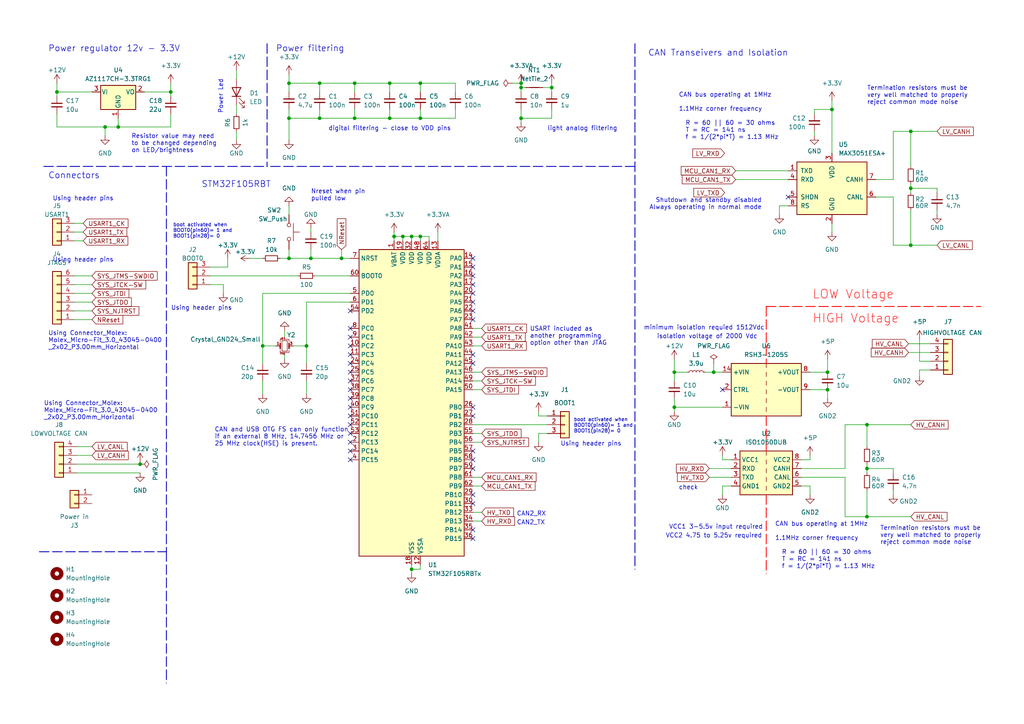
<source format=kicad_sch>
(kicad_sch (version 20230121) (generator eeschema)
  (paper "A4")
  (title_block (title "TEM Isolator") (date "2024-02-03") (rev "v1.0.0") (company "SUFST - Southampton University Formula Student Team") (comment 1 "STAG X") (comment 2 "Tom Bodily") (comment 3 "Joe Pater"))
  (junction (at 195.58 118.11))
  (junction (at 195.58 107.95))
  (junction (at 240.03 113.03))
  (junction (at 34.29 36.83))
  (junction (at 121.92 24.13))
  (junction (at 151.13 34.29))
  (junction (at 92.71 34.29))
  (junction (at 102.87 34.29))
  (junction (at 160.02 25.4))
  (junction (at 119.38 165.1))
  (junction (at 114.3 68.58))
  (junction (at 83.82 74.93))
  (junction (at 113.03 34.29))
  (junction (at 113.03 24.13))
  (junction (at 121.92 34.29))
  (junction (at 264.16 71.12))
  (junction (at 119.38 68.58))
  (junction (at 99.06 74.93))
  (junction (at 102.87 24.13))
  (junction (at 16.51 26.67))
  (junction (at 251.46 123.19))
  (junction (at 76.2 100.33))
  (junction (at 207.01 107.95))
  (junction (at 88.9 100.33))
  (junction (at 251.46 135.89))
  (junction (at 40.64 134.62))
  (junction (at 121.92 68.58))
  (junction (at 251.46 149.86))
  (junction (at 264.16 38.1))
  (junction (at 90.17 74.93))
  (junction (at 151.13 24.13))
  (junction (at 240.03 107.95))
  (junction (at 151.13 25.4))
  (junction (at 241.3 31.75))
  (junction (at 49.53 26.67))
  (junction (at 92.71 24.13))
  (junction (at 264.16 54.61))
  (junction (at 83.82 24.13))
  (junction (at 116.84 68.58))
  (junction (at 83.82 34.29))
  (junction (at 30.48 36.83))
  (no_connect (at 209.55 113.03))
  (no_connect (at 101.6 100.33))
  (no_connect (at 101.6 123.19))
  (no_connect (at 137.16 77.47))
  (no_connect (at 101.6 125.73))
  (no_connect (at 137.16 143.51))
  (no_connect (at 137.16 74.93))
  (no_connect (at 228.6 57.15))
  (no_connect (at 137.16 133.35))
  (no_connect (at 137.16 105.41))
  (no_connect (at 101.6 128.27))
  (no_connect (at 137.16 130.81))
  (no_connect (at 137.16 153.67))
  (no_connect (at 101.6 110.49))
  (no_connect (at 101.6 115.57))
  (no_connect (at 101.6 90.17))
  (no_connect (at 137.16 135.89))
  (no_connect (at 137.16 87.63))
  (no_connect (at 101.6 102.87))
  (no_connect (at 137.16 146.05))
  (no_connect (at 101.6 107.95))
  (no_connect (at 137.16 85.09))
  (no_connect (at 101.6 120.65))
  (no_connect (at 101.6 118.11))
  (no_connect (at 101.6 105.41))
  (no_connect (at 101.6 95.25))
  (no_connect (at 137.16 102.87))
  (no_connect (at 137.16 80.01))
  (no_connect (at 137.16 118.11))
  (no_connect (at 101.6 133.35))
  (no_connect (at 137.16 82.55))
  (no_connect (at 137.16 90.17))
  (no_connect (at 137.16 156.21))
  (no_connect (at 137.16 120.65))
  (no_connect (at 137.16 92.71))
  (no_connect (at 101.6 113.03))
  (no_connect (at 101.6 97.79))
  (no_connect (at 101.6 130.81))
  (wire (pts (xy 234.95 140.97) (xy 234.95 143.51)))
  (wire (pts (xy 236.22 33.02) (xy 236.22 31.75)))
  (polyline (pts (xy 77.47 12.7) (xy 77.47 48.26)) (stroke (width 0.254) (type dash)))
  (wire (pts (xy 251.46 135.89) (xy 259.08 135.89)))
  (wire (pts (xy 245.11 138.43) (xy 245.11 149.86)))
  (wire (pts (xy 132.08 34.29) (xy 121.92 34.29)))
  (wire (pts (xy 68.58 20.32) (xy 68.58 22.86)))
  (wire (pts (xy 151.13 24.13) (xy 151.13 25.4)))
  (wire (pts (xy 119.38 68.58) (xy 119.38 69.85)))
  (wire (pts (xy 269.875 104.775) (xy 266.7 104.775)))
  (wire (pts (xy 151.13 25.4) (xy 151.13 26.67)))
  (wire (pts (xy 114.3 68.58) (xy 116.84 68.58)))
  (wire (pts (xy 102.87 24.13) (xy 92.71 24.13)))
  (wire (pts (xy 119.38 165.1) (xy 119.38 166.37)))
  (polyline (pts (xy 12.7 48.26) (xy 77.47 48.26)) (stroke (width 0.254) (type dash)))
  (wire (pts (xy 132.08 31.75) (xy 132.08 34.29)))
  (wire (pts (xy 124.46 68.58) (xy 124.46 69.85)))
  (wire (pts (xy 68.58 30.48) (xy 68.58 33.02)))
  (wire (pts (xy 68.58 38.1) (xy 68.58 40.64)))
  (wire (pts (xy 259.08 71.12) (xy 264.16 71.12)))
  (wire (pts (xy 213.36 52.07) (xy 228.6 52.07)))
  (wire (pts (xy 264.16 54.61) (xy 271.78 54.61)))
  (wire (pts (xy 245.11 123.19) (xy 251.46 123.19)))
  (wire (pts (xy 271.78 60.96) (xy 271.78 62.23)))
  (wire (pts (xy 16.51 26.67) (xy 26.67 26.67)))
  (wire (pts (xy 266.7 104.775) (xy 266.7 98.425)))
  (wire (pts (xy 232.41 140.97) (xy 234.95 140.97)))
  (wire (pts (xy 83.82 74.93) (xy 83.82 72.39)))
  (wire (pts (xy 251.46 142.24) (xy 251.46 149.86)))
  (wire (pts (xy 195.58 107.95) (xy 199.39 107.95)))
  (wire (pts (xy 113.03 31.75) (xy 113.03 34.29)))
  (wire (pts (xy 92.71 34.29) (xy 83.82 34.29)))
  (wire (pts (xy 76.2 110.49) (xy 76.2 114.3)))
  (wire (pts (xy 34.29 36.83) (xy 30.48 36.83)))
  (polyline (pts (xy 184.15 46.99) (xy 184.15 165.1)) (stroke (width 0.254) (type dash)))
  (wire (pts (xy 64.77 82.55) (xy 64.77 85.09)))
  (wire (pts (xy 234.95 132.08) (xy 234.95 133.35)))
  (wire (pts (xy 264.16 48.26) (xy 264.16 38.1)))
  (wire (pts (xy 102.87 31.75) (xy 102.87 34.29)))
  (wire (pts (xy 148.59 24.13) (xy 151.13 24.13)))
  (wire (pts (xy 121.92 34.29) (xy 113.03 34.29)))
  (wire (pts (xy 76.2 85.09) (xy 76.2 100.33)))
  (wire (pts (xy 259.08 137.16) (xy 259.08 135.89)))
  (wire (pts (xy 254 52.07) (xy 259.08 52.07)))
  (wire (pts (xy 76.2 100.33) (xy 80.01 100.33)))
  (wire (pts (xy 241.3 31.75) (xy 241.3 44.45)))
  (wire (pts (xy 90.17 74.93) (xy 99.06 74.93)))
  (polyline (pts (xy 184.15 12.7) (xy 184.15 46.99)) (stroke (width 0.254) (type dash)))
  (wire (pts (xy 137.16 138.43) (xy 139.7 138.43)))
  (wire (pts (xy 245.11 138.43) (xy 232.41 138.43)))
  (wire (pts (xy 156.21 120.65) (xy 158.75 120.65)))
  (wire (pts (xy 259.08 38.1) (xy 264.16 38.1)))
  (wire (pts (xy 251.46 134.62) (xy 251.46 135.89)))
  (wire (pts (xy 92.71 31.75) (xy 92.71 34.29)))
  (wire (pts (xy 156.21 125.73) (xy 158.75 125.73)))
  (wire (pts (xy 30.48 36.83) (xy 30.48 39.37)))
  (wire (pts (xy 34.29 36.83) (xy 49.53 36.83)))
  (wire (pts (xy 49.53 26.67) (xy 41.91 26.67)))
  (wire (pts (xy 21.59 87.63) (xy 26.67 87.63)))
  (wire (pts (xy 213.36 49.53) (xy 228.6 49.53)))
  (polyline (pts (xy 48.26 48.26) (xy 48.26 160.02)) (stroke (width 0.254) (type dash)))
  (wire (pts (xy 232.41 133.35) (xy 234.95 133.35)))
  (wire (pts (xy 49.53 33.02) (xy 49.53 36.83)))
  (wire (pts (xy 127 67.31) (xy 127 69.85)))
  (wire (pts (xy 121.92 68.58) (xy 124.46 68.58)))
  (wire (pts (xy 83.82 59.69) (xy 83.82 62.23)))
  (wire (pts (xy 207.01 107.95) (xy 209.55 107.95)))
  (polyline (pts (xy 222.25 88.9) (xy 284.48 88.9)) (stroke (width 0.254) (type dash) (color 255 0 0 1)))
  (wire (pts (xy 241.3 29.21) (xy 241.3 31.75)))
  (wire (pts (xy 21.59 90.17) (xy 26.67 90.17)))
  (wire (pts (xy 137.16 100.33) (xy 139.7 100.33)))
  (wire (pts (xy 259.08 52.07) (xy 259.08 38.1)))
  (wire (pts (xy 22.225 132.08) (xy 26.67 132.08)))
  (wire (pts (xy 91.44 80.01) (xy 101.6 80.01)))
  (wire (pts (xy 266.7 107.315) (xy 269.875 107.315)))
  (wire (pts (xy 121.92 163.83) (xy 121.92 165.1)))
  (wire (pts (xy 113.03 24.13) (xy 102.87 24.13)))
  (wire (pts (xy 271.78 55.88) (xy 271.78 54.61)))
  (wire (pts (xy 99.06 72.39) (xy 99.06 74.93)))
  (wire (pts (xy 137.16 125.73) (xy 139.7 125.73)))
  (wire (pts (xy 259.08 142.24) (xy 259.08 143.51)))
  (wire (pts (xy 251.46 149.86) (xy 264.16 149.86)))
  (wire (pts (xy 88.9 100.33) (xy 88.9 105.41)))
  (wire (pts (xy 16.51 36.83) (xy 16.51 33.02)))
  (wire (pts (xy 245.11 149.86) (xy 251.46 149.86)))
  (wire (pts (xy 266.7 109.22) (xy 266.7 107.315)))
  (wire (pts (xy 160.02 34.29) (xy 151.13 34.29)))
  (wire (pts (xy 90.17 72.39) (xy 90.17 74.93)))
  (wire (pts (xy 226.06 59.69) (xy 228.6 59.69)))
  (wire (pts (xy 264.16 71.12) (xy 271.78 71.12)))
  (wire (pts (xy 195.58 104.14) (xy 195.58 107.95)))
  (wire (pts (xy 72.39 74.93) (xy 76.2 74.93)))
  (wire (pts (xy 236.22 31.75) (xy 241.3 31.75)))
  (wire (pts (xy 156.21 119.38) (xy 156.21 120.65)))
  (wire (pts (xy 137.16 107.95) (xy 139.7 107.95)))
  (wire (pts (xy 137.16 113.03) (xy 139.7 113.03)))
  (wire (pts (xy 90.17 74.93) (xy 83.82 74.93)))
  (wire (pts (xy 121.92 31.75) (xy 121.92 34.29)))
  (wire (pts (xy 204.47 107.95) (xy 207.01 107.95)))
  (wire (pts (xy 60.96 82.55) (xy 64.77 82.55)))
  (wire (pts (xy 151.13 25.4) (xy 152.4 25.4)))
  (polyline (pts (xy 11.43 160.02) (xy 48.26 160.02)) (stroke (width 0.254) (type dash)))
  (wire (pts (xy 205.74 135.89) (xy 212.09 135.89)))
  (wire (pts (xy 234.95 113.03) (xy 240.03 113.03)))
  (wire (pts (xy 209.55 132.08) (xy 209.55 133.35)))
  (wire (pts (xy 132.08 24.13) (xy 121.92 24.13)))
  (wire (pts (xy 236.22 38.1) (xy 236.22 39.37)))
  (wire (pts (xy 269.875 102.235) (xy 263.525 102.235)))
  (wire (pts (xy 76.2 85.09) (xy 101.6 85.09)))
  (polyline (pts (xy 222.25 143.51) (xy 222.25 166.37)) (stroke (width 0.254) (type dash) (color 255 0 0 1)))
  (wire (pts (xy 209.55 140.97) (xy 209.55 143.51)))
  (wire (pts (xy 66.04 77.47) (xy 66.04 74.93)))
  (wire (pts (xy 137.16 151.13) (xy 139.7 151.13)))
  (wire (pts (xy 116.84 68.58) (xy 119.38 68.58)))
  (wire (pts (xy 264.16 53.34) (xy 264.16 54.61)))
  (wire (pts (xy 121.92 24.13) (xy 113.03 24.13)))
  (wire (pts (xy 113.03 34.29) (xy 102.87 34.29)))
  (wire (pts (xy 132.08 24.13) (xy 132.08 26.67)))
  (wire (pts (xy 99.06 74.93) (xy 101.6 74.93)))
  (wire (pts (xy 160.02 24.13) (xy 160.02 25.4)))
  (wire (pts (xy 60.96 77.47) (xy 66.04 77.47)))
  (wire (pts (xy 21.59 82.55) (xy 26.67 82.55)))
  (wire (pts (xy 212.09 133.35) (xy 209.55 133.35)))
  (wire (pts (xy 240.03 113.03) (xy 240.03 115.57)))
  (wire (pts (xy 241.3 64.77) (xy 241.3 67.31)))
  (wire (pts (xy 212.09 140.97) (xy 209.55 140.97)))
  (wire (pts (xy 83.82 34.29) (xy 83.82 40.64)))
  (polyline (pts (xy 184.15 48.26) (xy 77.47 48.26)) (stroke (width 0.254) (type dash)))
  (wire (pts (xy 269.875 99.695) (xy 263.525 99.695)))
  (wire (pts (xy 240.03 104.14) (xy 240.03 107.95)))
  (wire (pts (xy 157.48 25.4) (xy 160.02 25.4)))
  (wire (pts (xy 40.64 133.985) (xy 40.64 134.62)))
  (wire (pts (xy 90.17 66.04) (xy 90.17 67.31)))
  (wire (pts (xy 34.29 34.29) (xy 34.29 36.83)))
  (wire (pts (xy 102.87 24.13) (xy 102.87 26.67)))
  (wire (pts (xy 116.84 68.58) (xy 116.84 69.85)))
  (wire (pts (xy 137.16 148.59) (xy 139.7 148.59)))
  (wire (pts (xy 21.59 67.31) (xy 24.13 67.31)))
  (wire (pts (xy 207.01 105.41) (xy 207.01 107.95)))
  (wire (pts (xy 195.58 107.95) (xy 195.58 110.49)))
  (wire (pts (xy 82.55 95.885) (xy 82.55 97.79)))
  (polyline (pts (xy 222.25 88.9) (xy 222.25 105.41)) (stroke (width 0.254) (type dash) (color 255 0 0 1)))
  (wire (pts (xy 160.02 25.4) (xy 160.02 26.67)))
  (wire (pts (xy 83.82 21.59) (xy 83.82 24.13)))
  (wire (pts (xy 119.38 165.1) (xy 121.92 165.1)))
  (wire (pts (xy 234.95 107.95) (xy 240.03 107.95)))
  (wire (pts (xy 254 57.15) (xy 259.08 57.15)))
  (wire (pts (xy 22.225 137.16) (xy 40.64 137.16)))
  (wire (pts (xy 121.92 24.13) (xy 121.92 26.67)))
  (wire (pts (xy 21.59 69.85) (xy 24.13 69.85)))
  (wire (pts (xy 83.82 31.75) (xy 83.82 34.29)))
  (wire (pts (xy 195.58 115.57) (xy 195.58 118.11)))
  (wire (pts (xy 21.59 85.09) (xy 26.67 85.09)))
  (wire (pts (xy 121.92 68.58) (xy 121.92 69.85)))
  (wire (pts (xy 30.48 36.83) (xy 16.51 36.83)))
  (wire (pts (xy 81.28 74.93) (xy 83.82 74.93)))
  (wire (pts (xy 102.87 34.29) (xy 92.71 34.29)))
  (wire (pts (xy 114.3 67.31) (xy 114.3 68.58)))
  (polyline (pts (xy 222.25 120.65) (xy 222.25 130.81)) (stroke (width 0.254) (type dash) (color 255 0 0 1)))
  (wire (pts (xy 22.225 129.54) (xy 26.67 129.54)))
  (wire (pts (xy 137.16 97.79) (xy 139.7 97.79)))
  (wire (pts (xy 49.53 24.13) (xy 49.53 26.67)))
  (wire (pts (xy 85.09 100.33) (xy 88.9 100.33)))
  (wire (pts (xy 226.06 62.23) (xy 226.06 59.69)))
  (polyline (pts (xy 48.26 160.02) (xy 48.26 198.12)) (stroke (width 0.254) (type dash)))
  (wire (pts (xy 209.55 118.11) (xy 195.58 118.11)))
  (wire (pts (xy 245.11 135.89) (xy 245.11 123.19)))
  (wire (pts (xy 21.59 92.71) (xy 26.67 92.71)))
  (wire (pts (xy 49.53 27.94) (xy 49.53 26.67)))
  (wire (pts (xy 151.13 34.29) (xy 151.13 35.56)))
  (wire (pts (xy 16.51 24.13) (xy 16.51 26.67)))
  (wire (pts (xy 137.16 95.25) (xy 139.7 95.25)))
  (wire (pts (xy 251.46 123.19) (xy 264.16 123.19)))
  (wire (pts (xy 88.9 87.63) (xy 88.9 100.33)))
  (wire (pts (xy 82.55 102.87) (xy 82.55 104.14)))
  (wire (pts (xy 264.16 60.96) (xy 264.16 71.12)))
  (wire (pts (xy 137.16 123.19) (xy 158.75 123.19)))
  (wire (pts (xy 16.51 27.94) (xy 16.51 26.67)))
  (wire (pts (xy 119.38 163.83) (xy 119.38 165.1)))
  (wire (pts (xy 137.16 140.97) (xy 139.7 140.97)))
  (wire (pts (xy 264.16 38.1) (xy 271.78 38.1)))
  (wire (pts (xy 160.02 31.75) (xy 160.02 34.29)))
  (wire (pts (xy 83.82 24.13) (xy 83.82 26.67)))
  (wire (pts (xy 251.46 123.19) (xy 251.46 129.54)))
  (wire (pts (xy 92.71 24.13) (xy 92.71 26.67)))
  (wire (pts (xy 259.08 57.15) (xy 259.08 71.12)))
  (wire (pts (xy 60.96 80.01) (xy 86.36 80.01)))
  (wire (pts (xy 232.41 135.89) (xy 245.11 135.89)))
  (wire (pts (xy 137.16 110.49) (xy 139.7 110.49)))
  (wire (pts (xy 114.3 68.58) (xy 114.3 69.85)))
  (wire (pts (xy 195.58 118.11) (xy 195.58 119.38)))
  (wire (pts (xy 119.38 68.58) (xy 121.92 68.58)))
  (wire (pts (xy 264.16 54.61) (xy 264.16 55.88)))
  (wire (pts (xy 137.16 128.27) (xy 139.7 128.27)))
  (wire (pts (xy 205.74 138.43) (xy 212.09 138.43)))
  (wire (pts (xy 251.46 135.89) (xy 251.46 137.16)))
  (wire (pts (xy 113.03 24.13) (xy 113.03 26.67)))
  (wire (pts (xy 22.225 134.62) (xy 40.64 134.62)))
  (wire (pts (xy 92.71 24.13) (xy 83.82 24.13)))
  (wire (pts (xy 88.9 110.49) (xy 88.9 114.3)))
  (wire (pts (xy 21.59 64.77) (xy 24.13 64.77)))
  (wire (pts (xy 21.59 80.01) (xy 26.67 80.01)))
  (wire (pts (xy 156.21 125.73) (xy 156.21 128.27)))
  (wire (pts (xy 151.13 31.75) (xy 151.13 34.29)))
  (wire (pts (xy 76.2 100.33) (xy 76.2 105.41)))
  (wire (pts (xy 88.9 87.63) (xy 101.6 87.63)))
  (text "CAN and USB OTG FS can only function \nif an external 8 MHz, 14.7456 MHz or\n25 MHz clock(HSE) is present." (at 62.23 129.54 0) (effects (font (size 1.27 1.27)) (justify left bottom)))
  (text "CAN bus operating at 1MHz\n\n1.1MHz corner frequency\n\n  R = 60 || 60 = 30 ohms\n  T = RC = 141 ns\n  f = 1/(2*pi*T) = 1.13 MHz\n" (at 224.79 165.1 0) (effects (font (size 1.27 1.27)) (justify left bottom)))
  (text "CAN2_RX" (at 149.86 149.86 0) (effects (font (size 1.27 1.27)) (justify left bottom)))
  (text "Using header pins" (at 15.24 58.42 0) (effects (font (size 1.27 1.27)) (justify left bottom)))
  (text "USART included as \nanother programming\noption other than JTAG" (at 153.67 100.33 0) (effects (font (size 1.27 1.27)) (justify left bottom)))
  (text "isolation voltage of 2000 Vdc" (at 190.5 98.425 0) (effects (font (size 1.27 1.27)) (justify left bottom)))
  (text "Using header pins" (at 67.31 90.17 0) (effects (font (size 1.27 1.27)) (justify right bottom)))
  (text "STM32F105RBT" (at 58.42 54.61 0) (effects (font (size 1.778 1.778)) (justify left bottom)))
  (text "minimum isolation requied 1512Vdc" (at 186.69 95.885 0) (effects (font (size 1.27 1.27)) (justify left bottom)))
  (text "digital filtering - close to VDD pins" (at 95.25 38.1 0) (effects (font (size 1.27 1.27)) (justify left bottom)))
  (text "boot activated when\nBOOT0(pin60)= 1 and \nBOOT1(pin28)= 0" (at 50.165 69.215 0) (effects (font (size 1.016 1.016)) (justify left bottom)))
  (text "Power regulator 12v - 3.3V" (at 13.97 15.24 0) (effects (font (size 1.778 1.778)) (justify left bottom)))
  (text "light analog filtering" (at 158.75 38.1 0) (effects (font (size 1.27 1.27)) (justify left bottom)))
  (text "VCC2 4.75 to 5.25v required" (at 193.04 156.21 0) (effects (font (size 1.27 1.27)) (justify left bottom)))
  (text "Nreset when pin \npulled low" (at 90.17 58.42 0) (effects (font (size 1.27 1.27)) (justify left bottom)))
  (text "Power Led" (at 64.77 33.02 90) (effects (font (size 1.27 1.27)) (justify left bottom)))
  (text "check" (at 196.85 142.24 0) (effects (font (size 1.27 1.27)) (justify left bottom)))
  (text "CAN2_TX" (at 149.86 152.4 0) (effects (font (size 1.27 1.27)) (justify left bottom)))
  (text "Connectors" (at 13.97 52.07 0) (effects (font (size 1.778 1.778)) (justify left bottom)))
  (text "CAN Transeivers and Isolation" (at 187.96 16.51 0) (effects (font (size 1.778 1.778)) (justify left bottom)))
  (text "Using header pins" (at 15.24 76.2 0) (effects (font (size 1.27 1.27)) (justify left bottom)))
  (text "Shutdown and standby disabled\nAlways operating in normal mode" (at 220.98 60.96 0) (effects (font (size 1.27 1.27)) (justify right bottom)))
  (text "LOW Voltage" (at 235.585 86.995 0) (effects (font (size 2.54 2.54)) (justify left bottom)))
  (text "Power filtering" (at 80.01 15.24 0) (effects (font (size 1.778 1.778)) (justify left bottom)))
  (text "Termination resistors must be \nvery well matched to properly \nreject common mode noise" (at 251.46 30.48 0) (effects (font (size 1.27 1.27)) (justify left bottom)))
  (text "Using Connector_Molex:\nMolex_Micro-Fit_3.0_43045-0400\n_2x02_P3.00mm_Horizontal" (at 13.97 101.6 0) (effects (font (size 1.27 1.27)) (justify left bottom)))
  (text "Using header pins" (at 162.56 129.54 0) (effects (font (size 1.27 1.27)) (justify left bottom)))
  (text "CAN bus operating at 1MHz\n\n1.1MHz corner frequency\n\n  R = 60 || 60 = 30 ohms\n  T = RC = 141 ns\n  f = 1/(2*pi*T) = 1.13 MHz\n" (at 196.85 40.64 0) (effects (font (size 1.27 1.27)) (justify left bottom)))
  (text "HIGH Voltage" (at 235.585 93.98 0) (effects (font (size 2.54 2.54)) (justify left bottom)))
  (text "Using Connector_Molex:\nMolex_Micro-Fit_3.0_43045-0400\n_2x02_P3.00mm_Horizontal" (at 12.7 121.92 0) (effects (font (size 1.27 1.27)) (justify left bottom)))
  (text "boot activated when\nBOOT0(pin60)= 1 and \nBOOT1(pin28)= 0" (at 166.37 125.73 0) (effects (font (size 1.016 1.016)) (justify left bottom)))
  (text "Resistor value may need\nto be changed depending\non LED/brightness" (at 38.1 44.45 0) (effects (font (size 1.27 1.27)) (justify left bottom)))
  (text "Termination resistors must be \nvery well matched to properly \nreject common mode noise" (at 255.27 158.115 0) (effects (font (size 1.27 1.27)) (justify left bottom)))
  (text " VCC1 3-5.5v input required" (at 193.04 153.67 0) (effects (font (size 1.27 1.27)) (justify left bottom)))
  (global_label "MCU_CAN1_TX" (shape input) (at 213.36 52.07 180) (property "Intersheetrefs" "${INTERSHEET_REFS}" (effects hide)))
  (global_label "LV_RXD" (shape input) (at 210.185 44.45 180) (property "Intersheetrefs" "${INTERSHEET_REFS}" (effects hide)))
  (global_label "USART1_RX" (shape input) (at 24.13 69.85 0) (property "Intersheetrefs" "${INTERSHEET_REFS}" (effects hide)))
  (global_label "HV_TXD" (shape input) (at 139.7 148.59 0) (property "Intersheetrefs" "${INTERSHEET_REFS}" (effects hide)))
  (global_label "SYS_JTMS-SWDIO" (shape input) (at 26.67 80.01 0) (property "Intersheetrefs" "${INTERSHEET_REFS}" (effects hide)))
  (global_label "LV_CANH" (shape input) (at 26.67 132.08 0) (property "Intersheetrefs" "${INTERSHEET_REFS}" (effects hide)))
  (global_label "SYS_JTCK-SW" (shape input) (at 26.67 82.55 0) (property "Intersheetrefs" "${INTERSHEET_REFS}" (effects hide)))
  (global_label "USART1_CK" (shape input) (at 139.7 95.25 0) (property "Intersheetrefs" "${INTERSHEET_REFS}" (effects hide)))
  (global_label "SYS_JTDO" (shape input) (at 139.7 125.73 0) (property "Intersheetrefs" "${INTERSHEET_REFS}" (effects hide)))
  (global_label "HV_RXD" (shape input) (at 205.74 135.89 180) (property "Intersheetrefs" "${INTERSHEET_REFS}" (effects hide)))
  (global_label "SYS_NJTRST" (shape input) (at 26.67 90.17 0) (property "Intersheetrefs" "${INTERSHEET_REFS}" (effects hide)))
  (global_label "USART1_RX" (shape input) (at 139.7 100.33 0) (property "Intersheetrefs" "${INTERSHEET_REFS}" (effects hide)))
  (global_label "NReset" (shape input) (at 99.06 72.39 90) (property "Intersheetrefs" "${INTERSHEET_REFS}" (effects hide)))
  (global_label "SYS_JTCK-SW" (shape input) (at 139.7 110.49 0) (property "Intersheetrefs" "${INTERSHEET_REFS}" (effects hide)))
  (global_label "MCU_CAN1_RX" (shape input) (at 213.36 49.53 180) (property "Intersheetrefs" "${INTERSHEET_REFS}" (effects hide)))
  (global_label "HV_CANL" (shape input) (at 263.525 99.695 180) (property "Intersheetrefs" "${INTERSHEET_REFS}" (effects hide)))
  (global_label "HV_RXD" (shape input) (at 139.7 151.13 0) (property "Intersheetrefs" "${INTERSHEET_REFS}" (effects hide)))
  (global_label "HV_TXD" (shape input) (at 205.74 138.43 180) (property "Intersheetrefs" "${INTERSHEET_REFS}" (effects hide)))
  (global_label "USART1_TX" (shape input) (at 24.13 67.31 0) (property "Intersheetrefs" "${INTERSHEET_REFS}" (effects hide)))
  (global_label "SYS_JTDI" (shape input) (at 26.67 85.09 0) (property "Intersheetrefs" "${INTERSHEET_REFS}" (effects hide)))
  (global_label "MCU_CAN1_TX" (shape input) (at 139.7 140.97 0) (property "Intersheetrefs" "${INTERSHEET_REFS}" (effects hide)))
  (global_label "HV_CANH" (shape input) (at 263.525 102.235 180) (property "Intersheetrefs" "${INTERSHEET_REFS}" (effects hide)))
  (global_label "LV_CANL" (shape input) (at 271.78 71.12 0) (property "Intersheetrefs" "${INTERSHEET_REFS}" (effects hide)))
  (global_label "MCU_CAN1_RX" (shape input) (at 139.7 138.43 0) (property "Intersheetrefs" "${INTERSHEET_REFS}" (effects hide)))
  (global_label "SYS_JTMS-SWDIO" (shape input) (at 139.7 107.95 0) (property "Intersheetrefs" "${INTERSHEET_REFS}" (effects hide)))
  (global_label "SYS_NJTRST" (shape input) (at 139.7 128.27 0) (property "Intersheetrefs" "${INTERSHEET_REFS}" (effects hide)))
  (global_label "SYS_JTDI" (shape input) (at 139.7 113.03 0) (property "Intersheetrefs" "${INTERSHEET_REFS}" (effects hide)))
  (global_label "USART1_CK" (shape input) (at 24.13 64.77 0) (property "Intersheetrefs" "${INTERSHEET_REFS}" (effects hide)))
  (global_label "NReset" (shape input) (at 26.67 92.71 0) (property "Intersheetrefs" "${INTERSHEET_REFS}" (effects hide)))
  (global_label "HV_CANL" (shape input) (at 264.16 149.86 0) (property "Intersheetrefs" "${INTERSHEET_REFS}" (effects hide)))
  (global_label "SYS_JTDO" (shape input) (at 26.67 87.63 0) (property "Intersheetrefs" "${INTERSHEET_REFS}" (effects hide)))
  (global_label "LV_CANL" (shape input) (at 26.67 129.54 0) (property "Intersheetrefs" "${INTERSHEET_REFS}" (effects hide)))
  (global_label "LV_CANH" (shape input) (at 271.78 38.1 0) (property "Intersheetrefs" "${INTERSHEET_REFS}" (effects hide)))
  (global_label "USART1_TX" (shape input) (at 139.7 97.79 0) (property "Intersheetrefs" "${INTERSHEET_REFS}" (effects hide)))
  (global_label "HV_CANH" (shape input) (at 264.16 123.19 0) (property "Intersheetrefs" "${INTERSHEET_REFS}" (effects hide)))
  (global_label "LV_TXD" (shape input) (at 210.185 55.88 180) (property "Intersheetrefs" "${INTERSHEET_REFS}" (effects hide)))
  (symbol (lib_id "power:GND2") (at 234.95 143.51 0) (unit 1)
    (property "Reference" "#PWR016" (effects hide))
    (property "Value" "GND2" (at 234.95 148.59 0))
  )
  (symbol (lib_id "power:+5P") (at 234.95 132.08 0) (unit 1)
    (property "Reference" "#PWR018" (effects hide))
    (property "Value" "+5P" (at 234.95 127 0))
  )
  (symbol (lib_id "power:GND") (at 271.78 62.23 0) (unit 1)
    (property "Reference" "#PWR024" (effects hide))
    (property "Value" "GND" (at 271.78 66.04 0))
  )
  (symbol (lib_id "Connector_Generic:Conn_01x02") (at 21.59 143.51 0) (mirror y) (unit 1)
    (property "Reference" "J3" (at 21.59 152.4 0))
    (property "Value" "Power in" (at 21.59 149.86 0))
    (property "Footprint" "Connector_Molex:Molex_Micro-Fit_3.0_43045-0400_2x02_P3.00mm_Horizontal" (effects hide))
  )
  (symbol (lib_id "power:+12V") (at 195.58 104.14 0) (unit 1)
    (property "Reference" "#PWR012" (effects hide))
    (property "Value" "+12V" (at 195.58 100.33 0))
  )
  (symbol (lib_id "power:GND") (at 64.77 85.09 0) (unit 1)
    (property "Reference" "#PWR019" (effects hide))
    (property "Value" "GND" (at 68.58 86.995 0))
  )
  (symbol (lib_id "Connector_Generic:Conn_01x03") (at 55.88 80.01 180) (unit 1)
    (property "Reference" "J2" (at 55.88 72.39 0))
    (property "Value" "BOOT0" (at 55.88 74.93 0))
    (property "Footprint" "Connector_PinHeader_2.54mm:PinHeader_1x03_P2.54mm_Vertical" (effects hide))
  )
  (symbol (lib_id "power:GND") (at 88.9 114.3 0) (unit 1)
    (property "Reference" "#PWR026" (effects hide))
    (property "Value" "GND" (at 88.9 119.38 0))
  )
  (symbol (lib_id "power:GND2") (at 266.7 109.22 0) (unit 1)
    (property "Reference" "#PWR042" (effects hide))
    (property "Value" "GND2" (at 261.62 110.49 0))
  )
  (symbol (lib_id "Device:C_Small") (at 240.03 110.49 0) (unit 1)
    (property "Reference" "C7" (at 242.57 109.2263 0) (effects (justify left)))
    (property "Value" "10u" (at 242.57 111.7663 0) (effects (justify left)))
    (property "Footprint" "Capacitor_SMD:C_0805_2012Metric_Pad1.18x1.45mm_HandSolder" (effects hide))
    (property "Datasheet" "https://www.mouser.co.uk/datasheet/2/212/1/KEM_C1076_X7R_HV_AUTO_SMD-1093301.pdf" (effects hide))
    (property "Optional" "True" (effects hide))
    (property "Order Code" "80-C0805C472KBRAUTO" (effects hide))
    (property "Supplier" "Mouser" (effects hide))
  )
  (symbol (lib_id "power:+5P") (at 240.03 104.14 0) (unit 1)
    (property "Reference" "#PWR011" (effects hide))
    (property "Value" "+5P" (at 240.03 99.06 0))
  )
  (symbol (lib_id "Mechanical:MountingHole") (at 16.51 185.42 0) (unit 1)
    (property "Reference" "H4" (at 19.05 184.15 0) (effects (justify left)))
    (property "Value" "MountingHole" (at 19.05 186.69 0) (effects (justify left)))
    (property "Footprint" "MountingHole:MountingHole_3mm" (effects hide))
  )
  (symbol (lib_id "Interface_UART:MAX3051") (at 241.3 54.61 0) (unit 1)
    (property "Reference" "U5" (at 243.205 41.91 0) (effects (justify left)))
    (property "Value" "MAX3051ESA+" (at 243.205 44.45 0) (effects (justify left)))
    (property "Footprint" "Package_SO:SOIC-8_3.9x4.9mm_P1.27mm" (effects hide))
    (property "Datasheet" "http://datasheets.maximintegrated.com/en/ds/MAX3051.pdf" (effects hide))
    (property "Supplier" "Mouser" (effects hide))
    (property "Order Code" "700-MAX3051ESA" (effects hide))
    (property "Optional" "False" (effects hide))
  )
  (symbol (lib_id "power:GND") (at 68.58 40.64 0) (unit 1)
    (property "Reference" "#PWR035" (effects hide))
    (property "Value" "GND" (at 68.58 44.45 0))
  )
  (symbol (lib_id "Converter_DCDC:ATA00A18S-L") (at 222.25 113.03 0) (unit 1)
    (property "Reference" "U6" (at 222.25 100.33 0))
    (property "Value" "RSH3-1205S" (at 222.25 102.87 0))
    (property "Footprint" "Library:SMDIP-14_15.5mm" (effects hide))
  )
  (symbol (lib_id "power:GND") (at 226.06 62.23 0) (unit 1)
    (property "Reference" "#PWR020" (effects hide))
    (property "Value" "GND" (at 226.06 67.31 0))
  )
  (symbol (lib_id "power:GND") (at 241.3 67.31 0) (unit 1)
    (property "Reference" "#PWR023" (effects hide))
    (property "Value" "GND" (at 241.3 72.39 0))
  )
  (symbol (lib_id "power:GND") (at 83.82 59.69 180) (unit 1)
    (property "Reference" "#PWR028" (effects hide))
    (property "Value" "GND" (at 83.82 54.61 0))
  )
  (symbol (lib_id "power:GND") (at 83.82 40.64 0) (unit 1)
    (property "Reference" "#PWR04" (effects hide))
    (property "Value" "GND" (at 83.82 45.72 0))
  )
  (symbol (lib_id "power:+3.3VA") (at 127 67.31 0) (unit 1)
    (property "Reference" "#PWR09" (effects hide))
    (property "Value" "+3.3VA" (at 127 62.23 0))
  )
  (symbol (lib_id "power:GND") (at 82.55 95.885 180) (unit 1)
    (property "Reference" "#PWR040" (effects hide))
    (property "Value" "GND" (at 82.55 90.805 0))
  )
  (symbol (lib_id "power:GND2") (at 240.03 115.57 0) (unit 1)
    (property "Reference" "#PWR010" (effects hide))
    (property "Value" "GND2" (at 240.03 120.65 0))
  )
  (symbol (lib_id "Device:C_Small") (at 90.17 69.85 0) (unit 1)
    (property "Reference" "C19" (at 92.71 68.58 0) (effects (justify left)))
    (property "Value" "100n" (at 92.71 71.1263 0) (effects (justify left)))
    (property "Footprint" "Capacitor_SMD:C_0805_2012Metric_Pad1.18x1.45mm_HandSolder" (effects hide))
  )
  (symbol (lib_id "Device:C_Small") (at 259.08 139.7 0) (unit 1)
    (property "Reference" "C16" (at 261.62 138.4362 0) (effects (justify left)))
    (property "Value" "4.7n" (at 261.62 140.9762 0) (effects (justify left)))
    (property "Footprint" "Capacitor_SMD:C_0805_2012Metric_Pad1.18x1.45mm_HandSolder" (effects hide))
    (property "Datasheet" "https://www.mouser.co.uk/datasheet/2/212/1/KEM_C1076_X7R_HV_AUTO_SMD-1093301.pdf" (effects hide))
    (property "Optional" "True" (effects hide))
    (property "Order Code" "80-C0805C472KBRAUTO" (effects hide))
    (property "Supplier" "Mouser" (effects hide))
  )
  (symbol (lib_id "power:GND") (at 90.17 66.04 180) (unit 1)
    (property "Reference" "#PWR034" (effects hide))
    (property "Value" "GND" (at 90.17 62.23 0))
  )
  (symbol (lib_id "power:PWR_FLAG") (at 207.01 105.41 0) (unit 1)
    (property "Reference" "#FLG04" (effects hide))
    (property "Value" "PWR_FLAG" (at 207.01 100.33 0))
  )
  (symbol (lib_id "power:+3.3V") (at 160.02 24.13 0) (unit 1)
    (property "Reference" "#PWR06" (effects hide))
    (property "Value" "+3.3V" (at 160.02 19.05 0))
  )
  (symbol (lib_id "Device:C_Small") (at 132.08 29.21 0) (unit 1)
    (property "Reference" "C6" (at 134.62 27.9463 0) (effects (justify left)))
    (property "Value" "100n" (at 134.62 30.4863 0) (effects (justify left)))
    (property "Footprint" "Capacitor_SMD:C_0805_2012Metric_Pad1.18x1.45mm_HandSolder" (effects hide))
  )
  (symbol (lib_id "Device:C_Small") (at 88.9 107.95 0) (unit 1)
    (property "Reference" "C15" (at 91.44 106.6863 0) (effects (justify left)))
    (property "Value" "20p" (at 91.44 109.22 0) (effects (justify left)))
    (property "Footprint" "Capacitor_SMD:C_0805_2012Metric_Pad1.18x1.45mm_HandSolder" (effects hide))
  )
  (symbol (lib_id "power:PWR_FLAG") (at 40.64 134.62 270) (unit 1)
    (property "Reference" "#FLG01" (effects hide))
    (property "Value" "PWR_FLAG" (at 45.085 134.62 0))
  )
  (symbol (lib_id "power:GND") (at 236.22 39.37 0) (mirror y) (unit 1)
    (property "Reference" "#PWR021" (effects hide))
    (property "Value" "GND" (at 236.22 43.815 0))
  )
  (symbol (lib_id "Device:R_Small") (at 264.16 50.8 180) (unit 1)
    (property "Reference" "R1" (at 265.43 50.165 0) (effects (justify right)))
    (property "Value" "60R" (at 265.43 52.07 0) (effects (justify right)))
    (property "Footprint" "Resistor_SMD:R_0805_2012Metric_Pad1.20x1.40mm_HandSolder" (effects hide))
    (property "Datasheet" "https://www.mouser.co.uk/datasheet/2/427/dcrcwife3-1761849.pdf" (effects hide))
    (property "Optional" "True" (effects hide))
    (property "Supplier" "Mouser" (effects hide))
  )
  (symbol (lib_id "Device:R_Small") (at 68.58 35.56 180) (unit 1)
    (property "Reference" "R6" (at 66.04 35.56 90))
    (property "Value" "1k" (at 71.12 35.56 90))
    (property "Footprint" "Resistor_SMD:R_0805_2012Metric_Pad1.20x1.40mm_HandSolder" (effects hide))
  )
  (symbol (lib_id "power:+3.3V") (at 66.04 74.93 0) (unit 1)
    (property "Reference" "#PWR015" (effects hide))
    (property "Value" "+3.3V" (at 66.04 71.12 0))
  )
  (symbol (lib_id "MCU_ST_STM32F1:STM32F105RBTx") (at 119.38 118.11 0) (unit 1)
    (property "Reference" "U1" (at 124.1141 163.83 0) (effects (justify left)))
    (property "Value" "STM32F105RBTx" (at 124.1141 166.37 0) (effects (justify left)))
    (property "Footprint" "Package_QFP:LQFP-64_10x10mm_P0.5mm" (effects hide))
    (property "Datasheet" "https://www.st.com/resource/en/datasheet/stm32f105rb.pdf" (effects hide))
  )
  (symbol (lib_id "power:+3.3V") (at 114.3 67.31 0) (unit 1)
    (property "Reference" "#PWR01" (effects hide))
    (property "Value" "+3.3V" (at 114.3 62.23 0))
  )
  (symbol (lib_id "Device:C_Small") (at 113.03 29.21 0) (unit 1)
    (property "Reference" "C4" (at 115.57 27.9463 0) (effects (justify left)))
    (property "Value" "100n" (at 115.57 30.4863 0) (effects (justify left)))
    (property "Footprint" "Capacitor_SMD:C_0805_2012Metric_Pad1.18x1.45mm_HandSolder" (effects hide))
  )
  (symbol (lib_id "Device:C_Small") (at 121.92 29.21 0) (unit 1)
    (property "Reference" "C5" (at 124.46 27.9463 0) (effects (justify left)))
    (property "Value" "100n" (at 124.46 30.4863 0) (effects (justify left)))
    (property "Footprint" "Capacitor_SMD:C_0805_2012Metric_Pad1.18x1.45mm_HandSolder" (effects hide))
  )
  (symbol (lib_id "power:+3.3V") (at 72.39 74.93 90) (unit 1)
    (property "Reference" "#PWR05" (effects hide))
    (property "Value" "+3.3V" (at 71.12 73.025 90))
  )
  (symbol (lib_id "Connector_Generic:Conn_01x04") (at 17.145 134.62 180) (unit 1)
    (property "Reference" "J8" (at 17.145 123.19 0))
    (property "Value" "LOWVOLTAGE CAN" (at 17.145 125.73 0))
    (property "Footprint" "Connector_Molex:Molex_Micro-Fit_3.0_43045-0400_2x02_P3.00mm_Horizontal" (effects hide))
  )
  (symbol (lib_id "Device:C_Small") (at 271.78 58.42 0) (unit 1)
    (property "Reference" "C13" (at 274.32 57.1562 0) (effects (justify left)))
    (property "Value" "4.7n" (at 274.32 59.6962 0) (effects (justify left)))
    (property "Footprint" "Capacitor_SMD:C_0805_2012Metric_Pad1.18x1.45mm_HandSolder" (effects hide))
    (property "Datasheet" "https://www.mouser.co.uk/datasheet/2/212/1/KEM_C1076_X7R_HV_AUTO_SMD-1093301.pdf" (effects hide))
    (property "Optional" "True" (effects hide))
    (property "Order Code" "80-C0805C472KBRAUTO" (effects hide))
    (property "Supplier" "Mouser" (effects hide))
  )
  (symbol (lib_id "power:+3.3V") (at 209.55 132.08 0) (unit 1)
    (property "Reference" "#PWR014" (effects hide))
    (property "Value" "+3.3V" (at 209.55 128.27 0))
  )
  (symbol (lib_id "Connector_Generic:Conn_01x03") (at 16.51 67.31 180) (unit 1)
    (property "Reference" "J5" (at 16.51 59.69 0))
    (property "Value" "USART1" (at 16.51 62.23 0))
    (property "Footprint" "Connector_PinHeader_2.54mm:PinHeader_1x03_P2.54mm_Vertical" (effects hide))
  )
  (symbol (lib_id "power:+12V") (at 40.64 133.985 0) (unit 1)
    (property "Reference" "#PWR037" (effects hide))
    (property "Value" "+12V" (at 40.64 130.175 0))
  )
  (symbol (lib_id "Connector_Generic:Conn_01x06") (at 16.51 87.63 180) (unit 1)
    (property "Reference" "J4" (at 16.51 73.66 0))
    (property "Value" "JTAG5" (at 16.51 76.2 0))
    (property "Footprint" "Connector_PinHeader_2.54mm:PinHeader_1x06_P2.54mm_Vertical" (effects hide))
  )
  (symbol (lib_id "power:GND") (at 119.38 166.37 0) (unit 1)
    (property "Reference" "#PWR02" (effects hide))
    (property "Value" "GND" (at 119.38 171.45 0))
  )
  (symbol (lib_id "power:GND") (at 151.13 35.56 0) (unit 1)
    (property "Reference" "#PWR08" (effects hide))
    (property "Value" "GND" (at 151.13 40.64 0))
  )
  (symbol (lib_id "Device:C_Small") (at 151.13 29.21 0) (unit 1)
    (property "Reference" "C8" (at 153.67 27.9463 0) (effects (justify left)))
    (property "Value" "10n" (at 153.67 30.4863 0) (effects (justify left)))
    (property "Footprint" "Capacitor_SMD:C_0805_2012Metric_Pad1.18x1.45mm_HandSolder" (effects hide))
  )
  (symbol (lib_id "power:PWR_FLAG") (at 148.59 24.13 90) (unit 1)
    (property "Reference" "#FLG03" (effects hide))
    (property "Value" "PWR_FLAG" (at 144.78 24.13 90) (effects (justify left)))
  )
  (symbol (lib_id "power:+3.3VA") (at 151.13 24.13 0) (unit 1)
    (property "Reference" "#PWR07" (effects hide))
    (property "Value" "+3.3VA" (at 151.13 19.05 0))
  )
  (symbol (lib_id "power:GND") (at 156.21 128.27 0) (unit 1)
    (property "Reference" "#PWR029" (effects hide))
    (property "Value" "GND" (at 156.21 133.35 0))
  )
  (symbol (lib_id "Device:R_Small") (at 264.16 58.42 180) (unit 1)
    (property "Reference" "R2" (at 265.43 57.785 0) (effects (justify right)))
    (property "Value" "60R" (at 265.43 59.69 0) (effects (justify right)))
    (property "Footprint" "Resistor_SMD:R_0805_2012Metric_Pad1.20x1.40mm_HandSolder" (effects hide))
    (property "Datasheet" "https://www.mouser.co.uk/datasheet/2/427/dcrcwife3-1761849.pdf" (effects hide))
    (property "Optional" "True" (effects hide))
    (property "Supplier" "Mouser" (effects hide))
  )
  (symbol (lib_id "power:GND") (at 30.48 39.37 0) (unit 1)
    (property "Reference" "#PWR031" (effects hide))
    (property "Value" "GND" (at 30.48 44.45 0))
  )
  (symbol (lib_id "power:GND") (at 40.64 137.16 0) (unit 1)
    (property "Reference" "#PWR038" (effects hide))
    (property "Value" "GND" (at 40.64 142.24 0))
  )
  (symbol (lib_id "Device:R_Small") (at 78.74 74.93 90) (unit 1)
    (property "Reference" "R7" (at 78.74 69.85 90))
    (property "Value" "10k" (at 78.74 72.39 90))
    (property "Footprint" "Resistor_SMD:R_0805_2012Metric_Pad1.20x1.40mm_HandSolder" (effects hide))
  )
  (symbol (lib_id "Device:C_Small") (at 16.51 30.48 0) (unit 1)
    (property "Reference" "C17" (at 19.05 29.2163 0) (effects (justify left)))
    (property "Value" "10u" (at 19.05 31.7563 0) (effects (justify left)))
    (property "Footprint" "Capacitor_SMD:C_1206_3216Metric_Pad1.33x1.80mm_HandSolder" (effects hide))
  )
  (symbol (lib_id "power:+3.3V") (at 241.3 29.21 0) (unit 1)
    (property "Reference" "#PWR022" (effects hide))
    (property "Value" "+3.3V" (at 241.3 24.13 0))
  )
  (symbol (lib_id "Device:C_Small") (at 83.82 29.21 0) (unit 1)
    (property "Reference" "C2" (at 86.36 27.9463 0) (effects (justify left)))
    (property "Value" "4.7u" (at 86.36 30.4863 0) (effects (justify left)))
    (property "Footprint" "Capacitor_SMD:C_1206_3216Metric_Pad1.33x1.80mm_HandSolder" (effects hide))
  )
  (symbol (lib_id "Mechanical:MountingHole") (at 16.51 166.37 0) (unit 1)
    (property "Reference" "H1" (at 19.05 165.1 0) (effects (justify left)))
    (property "Value" "MountingHole" (at 19.05 167.64 0) (effects (justify left)))
    (property "Footprint" "MountingHole:MountingHole_3mm" (effects hide))
  )
  (symbol (lib_id "Switch:SW_Push") (at 83.82 67.31 270) (unit 1)
    (property "Reference" "SW2" (at 77.47 60.96 90) (effects (justify left)))
    (property "Value" "SW_Push" (at 74.93 63.5 90) (effects (justify left)))
    (property "Footprint" "Button_Switch_SMD:SW_Push_SPST_NO_Alps_SKRK" (effects hide))
  )
  (symbol (lib_id "power:+3.3V") (at 156.21 119.38 0) (unit 1)
    (property "Reference" "#PWR030" (effects hide))
    (property "Value" "+3.3V" (at 156.21 114.3 0))
  )
  (symbol (lib_id "Device:R_Small") (at 251.46 132.08 180) (unit 1)
    (property "Reference" "R3" (at 252.73 131.445 0) (effects (justify right)))
    (property "Value" "60R" (at 252.73 133.35 0) (effects (justify right)))
    (property "Footprint" "Resistor_SMD:R_0805_2012Metric_Pad1.20x1.40mm_HandSolder" (effects hide))
    (property "Datasheet" "https://www.mouser.co.uk/datasheet/2/427/dcrcwife3-1761849.pdf" (effects hide))
    (property "Optional" "True" (effects hide))
    (property "Supplier" "Mouser" (effects hide))
  )
  (symbol (lib_id "power:GND") (at 76.2 114.3 0) (unit 1)
    (property "Reference" "#PWR025" (effects hide))
    (property "Value" "GND" (at 76.2 119.38 0))
  )
  (symbol (lib_id "Device:R_Small") (at 251.46 139.7 180) (unit 1)
    (property "Reference" "R4" (at 252.73 139.065 0) (effects (justify right)))
    (property "Value" "60R" (at 252.73 140.97 0) (effects (justify right)))
    (property "Footprint" "Resistor_SMD:R_0805_2012Metric_Pad1.20x1.40mm_HandSolder" (effects hide))
    (property "Datasheet" "https://www.mouser.co.uk/datasheet/2/427/dcrcwife3-1761849.pdf" (effects hide))
    (property "Optional" "True" (effects hide))
    (property "Supplier" "Mouser" (effects hide))
  )
  (symbol (lib_id "Regulator_Linear:AZ1117-3.3") (at 34.29 26.67 0) (unit 1)
    (property "Reference" "U4" (at 34.29 20.32 0))
    (property "Value" "AZ1117CH-3.3TRG1" (at 34.29 22.86 0))
    (property "Footprint" "Package_TO_SOT_SMD:SOT-223" (effects hide))
    (property "Datasheet" "https://www.diodes.com/assets/Datasheets/AZ1117.pdf" (effects hide))
  )
  (symbol (lib_id "power:GND") (at 195.58 119.38 0) (unit 1)
    (property "Reference" "#PWR013" (effects hide))
    (property "Value" "GND" (at 195.58 123.19 0))
  )
  (symbol (lib_id "power:GND") (at 82.55 104.14 0) (unit 1)
    (property "Reference" "#PWR039" (effects hide))
    (property "Value" "GND" (at 82.55 109.22 0))
  )
  (symbol (lib_id "Device:C_Small") (at 49.53 30.48 0) (unit 1)
    (property "Reference" "C18" (at 43.18 29.21 0) (effects (justify left)))
    (property "Value" "22u" (at 43.18 31.75 0) (effects (justify left)))
    (property "Footprint" "Capacitor_SMD:C_1210_3225Metric_Pad1.33x2.70mm_HandSolder" (effects hide))
  )
  (symbol (lib_id "power:+5P") (at 266.7 98.425 0) (unit 1)
    (property "Reference" "#PWR041" (effects hide))
    (property "Value" "+5P" (at 266.7 93.345 0))
  )
  (symbol (lib_id "power:+3.3V") (at 83.82 21.59 0) (unit 1)
    (property "Reference" "#PWR03" (effects hide))
    (property "Value" "+3.3V" (at 83.82 16.51 0))
  )
  (symbol (lib_id "Interface_CAN_LIN:ISO1050DUB") (at 222.25 135.89 0) (unit 1)
    (property "Reference" "U2" (at 222.25 125.73 0))
    (property "Value" "ISO1050DUB" (at 222.25 128.27 0))
    (property "Footprint" "Package_SO:SOP-8_6.62x9.15mm_P2.54mm" (effects hide))
    (property "Datasheet" "http://www.ti.com/lit/ds/symlink/iso1050.pdf" (effects hide))
  )
  (symbol (lib_id "power:GND") (at 209.55 143.51 0) (unit 1)
    (property "Reference" "#PWR017" (effects hide))
    (property "Value" "GND" (at 209.55 147.32 0))
  )
  (symbol (lib_id "power:+3.3V") (at 49.53 24.13 0) (unit 1)
    (property "Reference" "#PWR032" (effects hide))
    (property "Value" "+3.3V" (at 49.53 19.05 0))
  )
  (symbol (lib_id "Device:C_Small") (at 76.2 107.95 0) (unit 1)
    (property "Reference" "C14" (at 69.85 106.68 0) (effects (justify left)))
    (property "Value" "20p" (at 69.85 109.22 0) (effects (justify left)))
    (property "Footprint" "Capacitor_SMD:C_0805_2012Metric_Pad1.18x1.45mm_HandSolder" (effects hide))
  )
  (symbol (lib_id "Device:C_Small") (at 236.22 35.56 0) (mirror x) (unit 1)
    (property "Reference" "C12" (at 233.68 34.2835 0) (effects (justify right)))
    (property "Value" "100n" (at 233.68 36.8235 0) (effects (justify right)))
    (property "Footprint" "Capacitor_SMD:C_0805_2012Metric_Pad1.18x1.45mm_HandSolder" (effects hide))
    (property "Datasheet" "https://www.mouser.co.uk/datasheet/2/212/KEM_C1002_X7R_SMD-1102033.pdf" (effects hide))
    (property "Optional" "False" (effects hide))
    (property "Order Code" "80-C0805C104K5RACLR" (effects hide))
    (property "Supplier" "Mouser" (effects hide))
  )
  (symbol (lib_id "Device:C_Small") (at 102.87 29.21 0) (unit 1)
    (property "Reference" "C3" (at 105.41 27.9463 0) (effects (justify left)))
    (property "Value" "100n" (at 105.41 30.4863 0) (effects (justify left)))
    (property "Footprint" "Capacitor_SMD:C_0805_2012Metric_Pad1.18x1.45mm_HandSolder" (effects hide))
  )
  (symbol (lib_id "Device:C_Small") (at 160.02 29.21 0) (unit 1)
    (property "Reference" "C9" (at 162.56 27.9463 0) (effects (justify left)))
    (property "Value" "1u" (at 162.56 30.4863 0) (effects (justify left)))
    (property "Footprint" "Capacitor_SMD:C_0805_2012Metric_Pad1.18x1.45mm_HandSolder" (effects hide))
  )
  (symbol (lib_id "power:GND2") (at 259.08 143.51 0) (unit 1)
    (property "Reference" "#PWR027" (effects hide))
    (property "Value" "GND2" (at 263.525 145.415 0))
  )
  (symbol (lib_id "Device:C_Small") (at 92.71 29.21 0) (unit 1)
    (property "Reference" "C1" (at 95.25 27.9463 0) (effects (justify left)))
    (property "Value" "100n" (at 95.25 30.4863 0) (effects (justify left)))
    (property "Footprint" "Capacitor_SMD:C_0805_2012Metric_Pad1.18x1.45mm_HandSolder" (effects hide))
  )
  (symbol (lib_id "Mechanical:MountingHole") (at 16.51 179.07 0) (unit 1)
    (property "Reference" "H3" (at 19.05 177.8 0) (effects (justify left)))
    (property "Value" "MountingHole" (at 19.05 180.34 0) (effects (justify left)))
    (property "Footprint" "MountingHole:MountingHole_3mm" (effects hide))
  )
  (symbol (lib_id "Device:C_Small") (at 195.58 113.03 0) (unit 1)
    (property "Reference" "C10" (at 198.12 111.7663 0) (effects (justify left)))
    (property "Value" "10u" (at 198.12 114.3063 0) (effects (justify left)))
    (property "Footprint" "Capacitor_SMD:C_0805_2012Metric_Pad1.18x1.45mm_HandSolder" (effects hide))
    (property "Datasheet" "https://www.mouser.co.uk/datasheet/2/212/1/KEM_C1076_X7R_HV_AUTO_SMD-1093301.pdf" (effects hide))
    (property "Optional" "True" (effects hide))
    (property "Order Code" "80-C0805C472KBRAUTO" (effects hide))
    (property "Supplier" "Mouser" (effects hide))
  )
  (symbol (lib_id "Device:LED") (at 68.58 26.67 90) (unit 1)
    (property "Reference" "D1" (at 72.39 26.9875 90) (effects (justify right)))
    (property "Value" "LED" (at 72.39 29.5275 90) (effects (justify right)))
    (property "Footprint" "LED_SMD:LED_0805_2012Metric_Pad1.15x1.40mm_HandSolder" (effects hide))
  )
  (symbol (lib_id "Device:L_Small") (at 201.93 107.95 90) (unit 1)
    (property "Reference" "L1" (at 201.93 102.87 90))
    (property "Value" "3.9u" (at 201.93 105.41 90))
    (property "Footprint" "Capacitor_SMD:C_1206_3216Metric_Pad1.33x1.80mm_HandSolder" (effects hide))
  )
  (symbol (lib_id "Connector_Generic:Conn_01x04") (at 274.955 104.775 0) (mirror x) (unit 1)
    (property "Reference" "J7" (at 274.955 93.345 0))
    (property "Value" "HIGHVOLTAGE CAN" (at 276.225 96.52 0))
    (property "Footprint" "Connector_Molex:Molex_Micro-Fit_3.0_43045-0400_2x02_P3.00mm_Horizontal" (effects hide))
  )
  (symbol (lib_id "Mechanical:MountingHole") (at 16.51 172.72 0) (unit 1)
    (property "Reference" "H2" (at 19.05 171.45 0) (effects (justify left)))
    (property "Value" "MountingHole" (at 19.05 173.99 0) (effects (justify left)))
    (property "Footprint" "MountingHole:MountingHole_3mm" (effects hide))
  )
  (symbol (lib_id "power:+12V") (at 16.51 24.13 0) (unit 1)
    (property "Reference" "#PWR033" (effects hide))
    (property "Value" "+12V" (at 16.51 20.32 0))
  )
  (symbol (lib_id "Device:R_Small") (at 88.9 80.01 90) (unit 1)
    (property "Reference" "R5" (at 88.9 77.47 90))
    (property "Value" "100" (at 88.9 82.55 90))
    (property "Footprint" "Resistor_SMD:R_0805_2012Metric_Pad1.20x1.40mm_HandSolder" (effects hide))
  )
  (symbol (lib_id "Device:Crystal_GND24_Small") (at 82.55 100.33 0) (unit 1)
    (property "Reference" "Y2" (at 84.455 97.155 0))
    (property "Value" "Crystal_GND24_Small" (at 65.405 98.425 0))
    (property "Footprint" "Crystal:Crystal_SMD_0603-4Pin_6.0x3.5mm_HandSoldering" (effects hide))
  )
  (symbol (lib_id "power:+12V") (at 68.58 20.32 0) (unit 1)
    (property "Reference" "#PWR036" (effects hide))
    (property "Value" "+12V" (at 68.58 16.51 0))
  )
  (symbol (lib_id "Connector_Generic:Conn_01x03") (at 163.83 123.19 0) (unit 1)
    (property "Reference" "J1" (at 163.83 113.03 0))
    (property "Value" "BOOT1" (at 163.83 116.84 0))
    (property "Footprint" "Connector_PinHeader_2.54mm:PinHeader_1x03_P2.54mm_Vertical" (effects hide))
  )
  (symbol (lib_id "Device:NetTie_2") (at 154.94 25.4 0) (unit 1) (in_bom no)
    (property "Reference" "NT1" (at 154.94 20.32 0))
    (property "Value" "NetTie_2" (at 154.94 22.86 0))
    (property "Footprint" "NetTie:NetTie-2_SMD_Pad0.5mm" (effects hide))
  )
)
</source>
